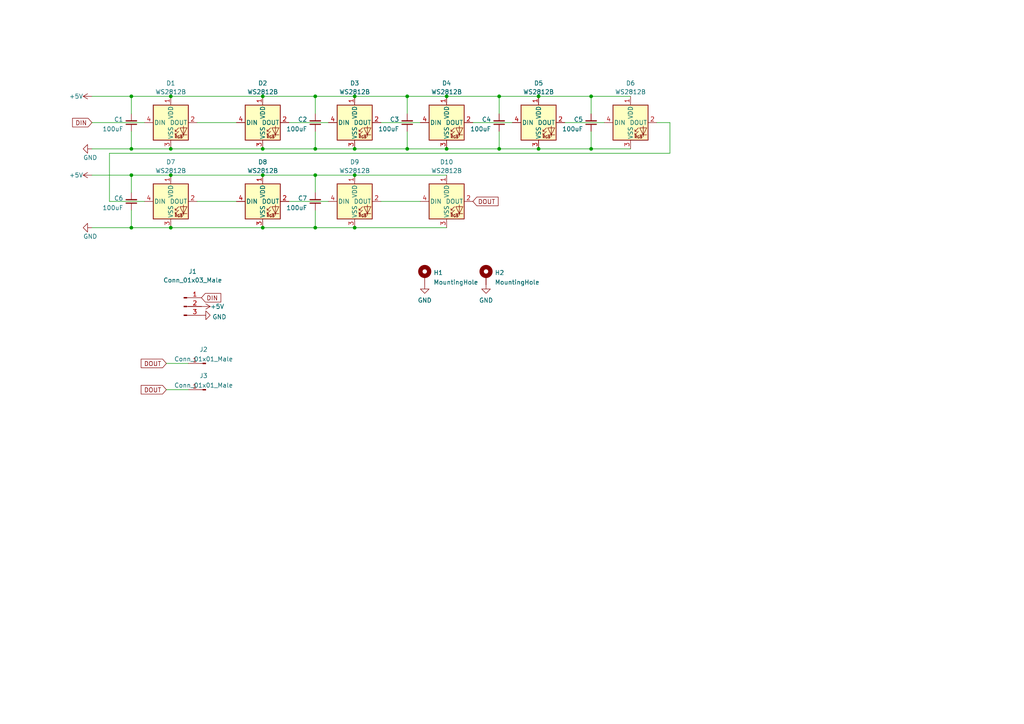
<source format=kicad_sch>
(kicad_sch (version 20211123) (generator eeschema)

  (uuid ffae2730-2409-4a52-a3a6-82e57daee1eb)

  (paper "A4")

  (lib_symbols
    (symbol "Connector:Conn_01x01_Male" (pin_names (offset 1.016) hide) (in_bom yes) (on_board yes)
      (property "Reference" "J" (id 0) (at 0 2.54 0)
        (effects (font (size 1.27 1.27)))
      )
      (property "Value" "Conn_01x01_Male" (id 1) (at 0 -2.54 0)
        (effects (font (size 1.27 1.27)))
      )
      (property "Footprint" "" (id 2) (at 0 0 0)
        (effects (font (size 1.27 1.27)) hide)
      )
      (property "Datasheet" "~" (id 3) (at 0 0 0)
        (effects (font (size 1.27 1.27)) hide)
      )
      (property "ki_keywords" "connector" (id 4) (at 0 0 0)
        (effects (font (size 1.27 1.27)) hide)
      )
      (property "ki_description" "Generic connector, single row, 01x01, script generated (kicad-library-utils/schlib/autogen/connector/)" (id 5) (at 0 0 0)
        (effects (font (size 1.27 1.27)) hide)
      )
      (property "ki_fp_filters" "Connector*:*" (id 6) (at 0 0 0)
        (effects (font (size 1.27 1.27)) hide)
      )
      (symbol "Conn_01x01_Male_1_1"
        (polyline
          (pts
            (xy 1.27 0)
            (xy 0.8636 0)
          )
          (stroke (width 0.1524) (type default) (color 0 0 0 0))
          (fill (type none))
        )
        (rectangle (start 0.8636 0.127) (end 0 -0.127)
          (stroke (width 0.1524) (type default) (color 0 0 0 0))
          (fill (type outline))
        )
        (pin passive line (at 5.08 0 180) (length 3.81)
          (name "Pin_1" (effects (font (size 1.27 1.27))))
          (number "1" (effects (font (size 1.27 1.27))))
        )
      )
    )
    (symbol "Connector:Conn_01x03_Male" (pin_names (offset 1.016) hide) (in_bom yes) (on_board yes)
      (property "Reference" "J" (id 0) (at 0 5.08 0)
        (effects (font (size 1.27 1.27)))
      )
      (property "Value" "Conn_01x03_Male" (id 1) (at 0 -5.08 0)
        (effects (font (size 1.27 1.27)))
      )
      (property "Footprint" "" (id 2) (at 0 0 0)
        (effects (font (size 1.27 1.27)) hide)
      )
      (property "Datasheet" "~" (id 3) (at 0 0 0)
        (effects (font (size 1.27 1.27)) hide)
      )
      (property "ki_keywords" "connector" (id 4) (at 0 0 0)
        (effects (font (size 1.27 1.27)) hide)
      )
      (property "ki_description" "Generic connector, single row, 01x03, script generated (kicad-library-utils/schlib/autogen/connector/)" (id 5) (at 0 0 0)
        (effects (font (size 1.27 1.27)) hide)
      )
      (property "ki_fp_filters" "Connector*:*_1x??_*" (id 6) (at 0 0 0)
        (effects (font (size 1.27 1.27)) hide)
      )
      (symbol "Conn_01x03_Male_1_1"
        (polyline
          (pts
            (xy 1.27 -2.54)
            (xy 0.8636 -2.54)
          )
          (stroke (width 0.1524) (type default) (color 0 0 0 0))
          (fill (type none))
        )
        (polyline
          (pts
            (xy 1.27 0)
            (xy 0.8636 0)
          )
          (stroke (width 0.1524) (type default) (color 0 0 0 0))
          (fill (type none))
        )
        (polyline
          (pts
            (xy 1.27 2.54)
            (xy 0.8636 2.54)
          )
          (stroke (width 0.1524) (type default) (color 0 0 0 0))
          (fill (type none))
        )
        (rectangle (start 0.8636 -2.413) (end 0 -2.667)
          (stroke (width 0.1524) (type default) (color 0 0 0 0))
          (fill (type outline))
        )
        (rectangle (start 0.8636 0.127) (end 0 -0.127)
          (stroke (width 0.1524) (type default) (color 0 0 0 0))
          (fill (type outline))
        )
        (rectangle (start 0.8636 2.667) (end 0 2.413)
          (stroke (width 0.1524) (type default) (color 0 0 0 0))
          (fill (type outline))
        )
        (pin passive line (at 5.08 2.54 180) (length 3.81)
          (name "Pin_1" (effects (font (size 1.27 1.27))))
          (number "1" (effects (font (size 1.27 1.27))))
        )
        (pin passive line (at 5.08 0 180) (length 3.81)
          (name "Pin_2" (effects (font (size 1.27 1.27))))
          (number "2" (effects (font (size 1.27 1.27))))
        )
        (pin passive line (at 5.08 -2.54 180) (length 3.81)
          (name "Pin_3" (effects (font (size 1.27 1.27))))
          (number "3" (effects (font (size 1.27 1.27))))
        )
      )
    )
    (symbol "Device:C_Small" (pin_numbers hide) (pin_names (offset 0.254) hide) (in_bom yes) (on_board yes)
      (property "Reference" "C" (id 0) (at 0.254 1.778 0)
        (effects (font (size 1.27 1.27)) (justify left))
      )
      (property "Value" "C_Small" (id 1) (at 0.254 -2.032 0)
        (effects (font (size 1.27 1.27)) (justify left))
      )
      (property "Footprint" "" (id 2) (at 0 0 0)
        (effects (font (size 1.27 1.27)) hide)
      )
      (property "Datasheet" "~" (id 3) (at 0 0 0)
        (effects (font (size 1.27 1.27)) hide)
      )
      (property "ki_keywords" "capacitor cap" (id 4) (at 0 0 0)
        (effects (font (size 1.27 1.27)) hide)
      )
      (property "ki_description" "Unpolarized capacitor, small symbol" (id 5) (at 0 0 0)
        (effects (font (size 1.27 1.27)) hide)
      )
      (property "ki_fp_filters" "C_*" (id 6) (at 0 0 0)
        (effects (font (size 1.27 1.27)) hide)
      )
      (symbol "C_Small_0_1"
        (polyline
          (pts
            (xy -1.524 -0.508)
            (xy 1.524 -0.508)
          )
          (stroke (width 0.3302) (type default) (color 0 0 0 0))
          (fill (type none))
        )
        (polyline
          (pts
            (xy -1.524 0.508)
            (xy 1.524 0.508)
          )
          (stroke (width 0.3048) (type default) (color 0 0 0 0))
          (fill (type none))
        )
      )
      (symbol "C_Small_1_1"
        (pin passive line (at 0 2.54 270) (length 2.032)
          (name "~" (effects (font (size 1.27 1.27))))
          (number "1" (effects (font (size 1.27 1.27))))
        )
        (pin passive line (at 0 -2.54 90) (length 2.032)
          (name "~" (effects (font (size 1.27 1.27))))
          (number "2" (effects (font (size 1.27 1.27))))
        )
      )
    )
    (symbol "LED:WS2812B" (pin_names (offset 0.254)) (in_bom yes) (on_board yes)
      (property "Reference" "D" (id 0) (at 5.08 5.715 0)
        (effects (font (size 1.27 1.27)) (justify right bottom))
      )
      (property "Value" "WS2812B" (id 1) (at 1.27 -5.715 0)
        (effects (font (size 1.27 1.27)) (justify left top))
      )
      (property "Footprint" "LED_SMD:LED_WS2812B_PLCC4_5.0x5.0mm_P3.2mm" (id 2) (at 1.27 -7.62 0)
        (effects (font (size 1.27 1.27)) (justify left top) hide)
      )
      (property "Datasheet" "https://cdn-shop.adafruit.com/datasheets/WS2812B.pdf" (id 3) (at 2.54 -9.525 0)
        (effects (font (size 1.27 1.27)) (justify left top) hide)
      )
      (property "ki_keywords" "RGB LED NeoPixel addressable" (id 4) (at 0 0 0)
        (effects (font (size 1.27 1.27)) hide)
      )
      (property "ki_description" "RGB LED with integrated controller" (id 5) (at 0 0 0)
        (effects (font (size 1.27 1.27)) hide)
      )
      (property "ki_fp_filters" "LED*WS2812*PLCC*5.0x5.0mm*P3.2mm*" (id 6) (at 0 0 0)
        (effects (font (size 1.27 1.27)) hide)
      )
      (symbol "WS2812B_0_0"
        (text "RGB" (at 2.286 -4.191 0)
          (effects (font (size 0.762 0.762)))
        )
      )
      (symbol "WS2812B_0_1"
        (polyline
          (pts
            (xy 1.27 -3.556)
            (xy 1.778 -3.556)
          )
          (stroke (width 0) (type default) (color 0 0 0 0))
          (fill (type none))
        )
        (polyline
          (pts
            (xy 1.27 -2.54)
            (xy 1.778 -2.54)
          )
          (stroke (width 0) (type default) (color 0 0 0 0))
          (fill (type none))
        )
        (polyline
          (pts
            (xy 4.699 -3.556)
            (xy 2.667 -3.556)
          )
          (stroke (width 0) (type default) (color 0 0 0 0))
          (fill (type none))
        )
        (polyline
          (pts
            (xy 2.286 -2.54)
            (xy 1.27 -3.556)
            (xy 1.27 -3.048)
          )
          (stroke (width 0) (type default) (color 0 0 0 0))
          (fill (type none))
        )
        (polyline
          (pts
            (xy 2.286 -1.524)
            (xy 1.27 -2.54)
            (xy 1.27 -2.032)
          )
          (stroke (width 0) (type default) (color 0 0 0 0))
          (fill (type none))
        )
        (polyline
          (pts
            (xy 3.683 -1.016)
            (xy 3.683 -3.556)
            (xy 3.683 -4.064)
          )
          (stroke (width 0) (type default) (color 0 0 0 0))
          (fill (type none))
        )
        (polyline
          (pts
            (xy 4.699 -1.524)
            (xy 2.667 -1.524)
            (xy 3.683 -3.556)
            (xy 4.699 -1.524)
          )
          (stroke (width 0) (type default) (color 0 0 0 0))
          (fill (type none))
        )
        (rectangle (start 5.08 5.08) (end -5.08 -5.08)
          (stroke (width 0.254) (type default) (color 0 0 0 0))
          (fill (type background))
        )
      )
      (symbol "WS2812B_1_1"
        (pin power_in line (at 0 7.62 270) (length 2.54)
          (name "VDD" (effects (font (size 1.27 1.27))))
          (number "1" (effects (font (size 1.27 1.27))))
        )
        (pin output line (at 7.62 0 180) (length 2.54)
          (name "DOUT" (effects (font (size 1.27 1.27))))
          (number "2" (effects (font (size 1.27 1.27))))
        )
        (pin power_in line (at 0 -7.62 90) (length 2.54)
          (name "VSS" (effects (font (size 1.27 1.27))))
          (number "3" (effects (font (size 1.27 1.27))))
        )
        (pin input line (at -7.62 0 0) (length 2.54)
          (name "DIN" (effects (font (size 1.27 1.27))))
          (number "4" (effects (font (size 1.27 1.27))))
        )
      )
    )
    (symbol "Mechanical:MountingHole_Pad" (pin_numbers hide) (pin_names (offset 1.016) hide) (in_bom yes) (on_board yes)
      (property "Reference" "H" (id 0) (at 0 6.35 0)
        (effects (font (size 1.27 1.27)))
      )
      (property "Value" "MountingHole_Pad" (id 1) (at 0 4.445 0)
        (effects (font (size 1.27 1.27)))
      )
      (property "Footprint" "" (id 2) (at 0 0 0)
        (effects (font (size 1.27 1.27)) hide)
      )
      (property "Datasheet" "~" (id 3) (at 0 0 0)
        (effects (font (size 1.27 1.27)) hide)
      )
      (property "ki_keywords" "mounting hole" (id 4) (at 0 0 0)
        (effects (font (size 1.27 1.27)) hide)
      )
      (property "ki_description" "Mounting Hole with connection" (id 5) (at 0 0 0)
        (effects (font (size 1.27 1.27)) hide)
      )
      (property "ki_fp_filters" "MountingHole*Pad*" (id 6) (at 0 0 0)
        (effects (font (size 1.27 1.27)) hide)
      )
      (symbol "MountingHole_Pad_0_1"
        (circle (center 0 1.27) (radius 1.27)
          (stroke (width 1.27) (type default) (color 0 0 0 0))
          (fill (type none))
        )
      )
      (symbol "MountingHole_Pad_1_1"
        (pin input line (at 0 -2.54 90) (length 2.54)
          (name "1" (effects (font (size 1.27 1.27))))
          (number "1" (effects (font (size 1.27 1.27))))
        )
      )
    )
    (symbol "power:+5V" (power) (pin_names (offset 0)) (in_bom yes) (on_board yes)
      (property "Reference" "#PWR" (id 0) (at 0 -3.81 0)
        (effects (font (size 1.27 1.27)) hide)
      )
      (property "Value" "+5V" (id 1) (at 0 3.556 0)
        (effects (font (size 1.27 1.27)))
      )
      (property "Footprint" "" (id 2) (at 0 0 0)
        (effects (font (size 1.27 1.27)) hide)
      )
      (property "Datasheet" "" (id 3) (at 0 0 0)
        (effects (font (size 1.27 1.27)) hide)
      )
      (property "ki_keywords" "power-flag" (id 4) (at 0 0 0)
        (effects (font (size 1.27 1.27)) hide)
      )
      (property "ki_description" "Power symbol creates a global label with name \"+5V\"" (id 5) (at 0 0 0)
        (effects (font (size 1.27 1.27)) hide)
      )
      (symbol "+5V_0_1"
        (polyline
          (pts
            (xy -0.762 1.27)
            (xy 0 2.54)
          )
          (stroke (width 0) (type default) (color 0 0 0 0))
          (fill (type none))
        )
        (polyline
          (pts
            (xy 0 0)
            (xy 0 2.54)
          )
          (stroke (width 0) (type default) (color 0 0 0 0))
          (fill (type none))
        )
        (polyline
          (pts
            (xy 0 2.54)
            (xy 0.762 1.27)
          )
          (stroke (width 0) (type default) (color 0 0 0 0))
          (fill (type none))
        )
      )
      (symbol "+5V_1_1"
        (pin power_in line (at 0 0 90) (length 0) hide
          (name "+5V" (effects (font (size 1.27 1.27))))
          (number "1" (effects (font (size 1.27 1.27))))
        )
      )
    )
    (symbol "power:GND" (power) (pin_names (offset 0)) (in_bom yes) (on_board yes)
      (property "Reference" "#PWR" (id 0) (at 0 -6.35 0)
        (effects (font (size 1.27 1.27)) hide)
      )
      (property "Value" "GND" (id 1) (at 0 -3.81 0)
        (effects (font (size 1.27 1.27)))
      )
      (property "Footprint" "" (id 2) (at 0 0 0)
        (effects (font (size 1.27 1.27)) hide)
      )
      (property "Datasheet" "" (id 3) (at 0 0 0)
        (effects (font (size 1.27 1.27)) hide)
      )
      (property "ki_keywords" "power-flag" (id 4) (at 0 0 0)
        (effects (font (size 1.27 1.27)) hide)
      )
      (property "ki_description" "Power symbol creates a global label with name \"GND\" , ground" (id 5) (at 0 0 0)
        (effects (font (size 1.27 1.27)) hide)
      )
      (symbol "GND_0_1"
        (polyline
          (pts
            (xy 0 0)
            (xy 0 -1.27)
            (xy 1.27 -1.27)
            (xy 0 -2.54)
            (xy -1.27 -1.27)
            (xy 0 -1.27)
          )
          (stroke (width 0) (type default) (color 0 0 0 0))
          (fill (type none))
        )
      )
      (symbol "GND_1_1"
        (pin power_in line (at 0 0 270) (length 0) hide
          (name "GND" (effects (font (size 1.27 1.27))))
          (number "1" (effects (font (size 1.27 1.27))))
        )
      )
    )
  )

  (junction (at 129.54 43.18) (diameter 0) (color 0 0 0 0)
    (uuid 033c6462-39d5-4f7e-a131-eca5958fc80a)
  )
  (junction (at 102.87 50.8) (diameter 0) (color 0 0 0 0)
    (uuid 06e5fdcb-b2e1-4a49-882f-a83d55e4d87d)
  )
  (junction (at 102.87 43.18) (diameter 0) (color 0 0 0 0)
    (uuid 13b95988-03d0-44bf-9735-903516e305c6)
  )
  (junction (at 38.1 27.94) (diameter 0) (color 0 0 0 0)
    (uuid 2222225b-83dc-47fd-8dae-c5254e70cf2a)
  )
  (junction (at 49.53 66.04) (diameter 0) (color 0 0 0 0)
    (uuid 222b28f4-b39a-408a-90be-d68d8c3815de)
  )
  (junction (at 91.44 50.8) (diameter 0) (color 0 0 0 0)
    (uuid 28ce0c9c-c660-4a27-861f-462351af72f5)
  )
  (junction (at 49.53 50.8) (diameter 0) (color 0 0 0 0)
    (uuid 2926cc3e-ec7e-499f-b919-7bf7a4234444)
  )
  (junction (at 171.45 27.94) (diameter 0) (color 0 0 0 0)
    (uuid 2d720351-0ba8-46d1-a9c6-48716b1fe711)
  )
  (junction (at 38.1 66.04) (diameter 0) (color 0 0 0 0)
    (uuid 33efeebc-61f9-4112-bced-5f44a2f8d70b)
  )
  (junction (at 76.2 27.94) (diameter 0) (color 0 0 0 0)
    (uuid 3bf6c241-7673-4421-99a6-b2d7dd261f80)
  )
  (junction (at 38.1 43.18) (diameter 0) (color 0 0 0 0)
    (uuid 59a4f948-8c52-4dc7-b840-c9865c17a757)
  )
  (junction (at 49.53 27.94) (diameter 0) (color 0 0 0 0)
    (uuid 5ab0120b-2882-4bef-ad2c-6c75f1c66fe8)
  )
  (junction (at 118.11 43.18) (diameter 0) (color 0 0 0 0)
    (uuid 642660ae-7fe8-4799-afbd-12617d443464)
  )
  (junction (at 156.21 43.18) (diameter 0) (color 0 0 0 0)
    (uuid 713e480c-bb1d-4324-8bc5-d294a306dffc)
  )
  (junction (at 76.2 43.18) (diameter 0) (color 0 0 0 0)
    (uuid 72e00d4c-8fb4-4fb3-a322-bd8c560bcb30)
  )
  (junction (at 102.87 27.94) (diameter 0) (color 0 0 0 0)
    (uuid 83c16b5b-27bc-43e8-8d10-28177cb72288)
  )
  (junction (at 102.87 66.04) (diameter 0) (color 0 0 0 0)
    (uuid 877addf7-6029-43ff-b03b-6d8e69abce0a)
  )
  (junction (at 76.2 66.04) (diameter 0) (color 0 0 0 0)
    (uuid 9f12e5af-f234-4e15-a0b7-8bf6d20b455a)
  )
  (junction (at 129.54 27.94) (diameter 0) (color 0 0 0 0)
    (uuid a6248275-f07a-456d-8e69-0f17c3d9a9fd)
  )
  (junction (at 38.1 50.8) (diameter 0) (color 0 0 0 0)
    (uuid abd6e9a3-fd57-4112-889c-313680f50cd3)
  )
  (junction (at 156.21 27.94) (diameter 0) (color 0 0 0 0)
    (uuid b2bff616-744b-4144-90ed-27850043f8dd)
  )
  (junction (at 76.2 50.8) (diameter 0) (color 0 0 0 0)
    (uuid b43c4cec-e493-4bd0-a798-0b2204e288da)
  )
  (junction (at 144.78 43.18) (diameter 0) (color 0 0 0 0)
    (uuid b6156ad5-3857-4fd6-93cc-67abd49e84ec)
  )
  (junction (at 91.44 66.04) (diameter 0) (color 0 0 0 0)
    (uuid b8b17daf-5381-410e-8b0c-0d255e4a9cd5)
  )
  (junction (at 49.53 43.18) (diameter 0) (color 0 0 0 0)
    (uuid cbc72544-8199-4d6f-87f5-7a5a11d00328)
  )
  (junction (at 118.11 27.94) (diameter 0) (color 0 0 0 0)
    (uuid ccd697fa-5840-4908-9905-afa3e38bdfa0)
  )
  (junction (at 144.78 27.94) (diameter 0) (color 0 0 0 0)
    (uuid d3a3a443-8d63-49e7-b3f5-ea4035f32241)
  )
  (junction (at 91.44 27.94) (diameter 0) (color 0 0 0 0)
    (uuid e2701762-0b03-4209-9d67-e34a4d85fffc)
  )
  (junction (at 171.45 43.18) (diameter 0) (color 0 0 0 0)
    (uuid ec315115-1cb2-413c-9941-0222c476bddb)
  )
  (junction (at 91.44 43.18) (diameter 0) (color 0 0 0 0)
    (uuid fc91b7e3-3233-4adb-8fb6-d80087f3be1b)
  )

  (wire (pts (xy 91.44 38.1) (xy 91.44 43.18))
    (stroke (width 0) (type default) (color 0 0 0 0))
    (uuid 069802f3-e16e-4fc3-ad52-71357c0096e2)
  )
  (wire (pts (xy 76.2 50.8) (xy 91.44 50.8))
    (stroke (width 0) (type default) (color 0 0 0 0))
    (uuid 0a1e6f10-0340-4f28-bb87-298083738bf2)
  )
  (wire (pts (xy 38.1 60.96) (xy 38.1 66.04))
    (stroke (width 0) (type default) (color 0 0 0 0))
    (uuid 0c3fe58e-8589-4244-b18e-616dcd780c7f)
  )
  (wire (pts (xy 144.78 27.94) (xy 156.21 27.94))
    (stroke (width 0) (type default) (color 0 0 0 0))
    (uuid 0da2a34a-5106-4597-b573-3c36f99a32d1)
  )
  (wire (pts (xy 171.45 43.18) (xy 182.88 43.18))
    (stroke (width 0) (type default) (color 0 0 0 0))
    (uuid 1279017b-477e-424f-94e2-9c198b4f7ee6)
  )
  (wire (pts (xy 102.87 27.94) (xy 118.11 27.94))
    (stroke (width 0) (type default) (color 0 0 0 0))
    (uuid 16190e38-e248-4e1b-b4d4-a91588bcb712)
  )
  (wire (pts (xy 171.45 33.02) (xy 171.45 27.94))
    (stroke (width 0) (type default) (color 0 0 0 0))
    (uuid 184db87f-2fcf-4770-a045-b5b0eeb8f40d)
  )
  (wire (pts (xy 118.11 43.18) (xy 129.54 43.18))
    (stroke (width 0) (type default) (color 0 0 0 0))
    (uuid 1ad60fa6-ae75-41ae-973c-a7be56fc15b6)
  )
  (wire (pts (xy 118.11 27.94) (xy 129.54 27.94))
    (stroke (width 0) (type default) (color 0 0 0 0))
    (uuid 1b66f566-f1d5-4c37-ae7e-db7c58079f8e)
  )
  (wire (pts (xy 57.15 35.56) (xy 68.58 35.56))
    (stroke (width 0) (type default) (color 0 0 0 0))
    (uuid 1f207c55-67aa-4a8e-a844-3ddd31a0dac0)
  )
  (wire (pts (xy 76.2 43.18) (xy 91.44 43.18))
    (stroke (width 0) (type default) (color 0 0 0 0))
    (uuid 202d03dd-665e-4611-b70d-e54ba9f2e6b2)
  )
  (wire (pts (xy 171.45 38.1) (xy 171.45 43.18))
    (stroke (width 0) (type default) (color 0 0 0 0))
    (uuid 256ee540-202a-4abf-9821-2132f187af21)
  )
  (wire (pts (xy 102.87 66.04) (xy 129.54 66.04))
    (stroke (width 0) (type default) (color 0 0 0 0))
    (uuid 2bb1b552-1802-47d3-baf1-376ad1e5dd3e)
  )
  (wire (pts (xy 83.82 35.56) (xy 95.25 35.56))
    (stroke (width 0) (type default) (color 0 0 0 0))
    (uuid 2c49a009-2506-4d15-beae-f70e264aba43)
  )
  (wire (pts (xy 91.44 60.96) (xy 91.44 66.04))
    (stroke (width 0) (type default) (color 0 0 0 0))
    (uuid 30714581-e4f6-4ffa-968b-c99cd750fa4e)
  )
  (wire (pts (xy 91.44 55.88) (xy 91.44 50.8))
    (stroke (width 0) (type default) (color 0 0 0 0))
    (uuid 32fd25cc-582c-49b1-a8f6-e340ba68f85e)
  )
  (wire (pts (xy 41.91 58.42) (xy 31.75 58.42))
    (stroke (width 0) (type default) (color 0 0 0 0))
    (uuid 3caef4a9-162a-4f39-bb83-3f53edde4a74)
  )
  (wire (pts (xy 110.49 35.56) (xy 121.92 35.56))
    (stroke (width 0) (type default) (color 0 0 0 0))
    (uuid 3f539414-89ba-4f37-bc8a-3da4cf1c211f)
  )
  (wire (pts (xy 31.75 58.42) (xy 31.75 44.45))
    (stroke (width 0) (type default) (color 0 0 0 0))
    (uuid 4efc8ca8-e197-4a13-87bd-fc002102c401)
  )
  (wire (pts (xy 144.78 33.02) (xy 144.78 27.94))
    (stroke (width 0) (type default) (color 0 0 0 0))
    (uuid 50f3c45b-3134-41b7-8c64-a49b87793127)
  )
  (wire (pts (xy 49.53 43.18) (xy 76.2 43.18))
    (stroke (width 0) (type default) (color 0 0 0 0))
    (uuid 558f166e-14a5-4b20-90cd-23918b7a625c)
  )
  (wire (pts (xy 48.26 105.41) (xy 54.61 105.41))
    (stroke (width 0) (type default) (color 0 0 0 0))
    (uuid 5b086c93-e118-4a7d-a261-5a9265abe4f3)
  )
  (wire (pts (xy 49.53 66.04) (xy 76.2 66.04))
    (stroke (width 0) (type default) (color 0 0 0 0))
    (uuid 601c92e2-1892-4a99-8cd0-c4274a32a3df)
  )
  (wire (pts (xy 49.53 27.94) (xy 76.2 27.94))
    (stroke (width 0) (type default) (color 0 0 0 0))
    (uuid 6021e0bf-979e-4327-9b1a-fcab06d9bbcf)
  )
  (wire (pts (xy 26.67 27.94) (xy 38.1 27.94))
    (stroke (width 0) (type default) (color 0 0 0 0))
    (uuid 641ea930-726f-4bc1-98ca-fb287c4df061)
  )
  (wire (pts (xy 110.49 58.42) (xy 121.92 58.42))
    (stroke (width 0) (type default) (color 0 0 0 0))
    (uuid 65eb60ff-3882-4383-bbd4-de2a4361b9e3)
  )
  (wire (pts (xy 118.11 38.1) (xy 118.11 43.18))
    (stroke (width 0) (type default) (color 0 0 0 0))
    (uuid 661413db-d7af-4866-930e-d21179913b4f)
  )
  (wire (pts (xy 163.83 35.56) (xy 175.26 35.56))
    (stroke (width 0) (type default) (color 0 0 0 0))
    (uuid 68c65958-1801-4b6b-88ac-c415d7f2ad67)
  )
  (wire (pts (xy 38.1 27.94) (xy 49.53 27.94))
    (stroke (width 0) (type default) (color 0 0 0 0))
    (uuid 6976b33c-7715-4e7c-8e97-4031b64088d1)
  )
  (wire (pts (xy 38.1 43.18) (xy 49.53 43.18))
    (stroke (width 0) (type default) (color 0 0 0 0))
    (uuid 6b509337-5ea5-459c-bc15-268c4faef86f)
  )
  (wire (pts (xy 194.31 35.56) (xy 190.5 35.56))
    (stroke (width 0) (type default) (color 0 0 0 0))
    (uuid 6f4a6e26-e72d-4b2e-a829-1b0ad7d5fc8d)
  )
  (wire (pts (xy 129.54 43.18) (xy 144.78 43.18))
    (stroke (width 0) (type default) (color 0 0 0 0))
    (uuid 6fdde01e-c3a0-47dd-b746-b9e947bc95b6)
  )
  (wire (pts (xy 38.1 33.02) (xy 38.1 27.94))
    (stroke (width 0) (type default) (color 0 0 0 0))
    (uuid 6ff296e9-e53a-4da4-8f0c-6166a1d4d999)
  )
  (wire (pts (xy 144.78 43.18) (xy 156.21 43.18))
    (stroke (width 0) (type default) (color 0 0 0 0))
    (uuid 7d1839c1-a298-4b7f-b623-f37cf1ee8cc8)
  )
  (wire (pts (xy 137.16 35.56) (xy 148.59 35.56))
    (stroke (width 0) (type default) (color 0 0 0 0))
    (uuid 80930734-bad9-4294-91e1-3577488407f7)
  )
  (wire (pts (xy 31.75 44.45) (xy 194.31 44.45))
    (stroke (width 0) (type default) (color 0 0 0 0))
    (uuid 8247555e-adb1-4952-bd8b-9a1ccfd193a3)
  )
  (wire (pts (xy 91.44 50.8) (xy 102.87 50.8))
    (stroke (width 0) (type default) (color 0 0 0 0))
    (uuid 8702b66c-6eb5-4df4-bfc5-c4caac14cdd6)
  )
  (wire (pts (xy 57.15 58.42) (xy 68.58 58.42))
    (stroke (width 0) (type default) (color 0 0 0 0))
    (uuid 95c0edf4-0ad9-43ce-bcd4-6700ae48f23f)
  )
  (wire (pts (xy 76.2 27.94) (xy 91.44 27.94))
    (stroke (width 0) (type default) (color 0 0 0 0))
    (uuid 9c901e60-4167-4238-ab74-82ec6b442771)
  )
  (wire (pts (xy 26.67 35.56) (xy 41.91 35.56))
    (stroke (width 0) (type default) (color 0 0 0 0))
    (uuid 9cf5929c-9533-42e1-9f13-adf4f64c9f53)
  )
  (wire (pts (xy 91.44 66.04) (xy 102.87 66.04))
    (stroke (width 0) (type default) (color 0 0 0 0))
    (uuid 9ebbd44a-3d73-45ca-8f10-dac9848d0f1d)
  )
  (wire (pts (xy 83.82 58.42) (xy 95.25 58.42))
    (stroke (width 0) (type default) (color 0 0 0 0))
    (uuid a4046170-c56b-4382-a920-f3c59154758c)
  )
  (wire (pts (xy 26.67 50.8) (xy 38.1 50.8))
    (stroke (width 0) (type default) (color 0 0 0 0))
    (uuid aa56b559-dd4a-4c59-86b2-8959f0d70431)
  )
  (wire (pts (xy 156.21 27.94) (xy 171.45 27.94))
    (stroke (width 0) (type default) (color 0 0 0 0))
    (uuid b30329b7-a9f0-4f83-9e97-cee753d98c0d)
  )
  (wire (pts (xy 38.1 66.04) (xy 49.53 66.04))
    (stroke (width 0) (type default) (color 0 0 0 0))
    (uuid b93c7c03-bcb9-442c-97fe-47cc7046aa3c)
  )
  (wire (pts (xy 49.53 50.8) (xy 76.2 50.8))
    (stroke (width 0) (type default) (color 0 0 0 0))
    (uuid b9e8f347-eccd-4214-803b-8ac43dc4f01d)
  )
  (wire (pts (xy 102.87 43.18) (xy 118.11 43.18))
    (stroke (width 0) (type default) (color 0 0 0 0))
    (uuid bcf3708d-2357-4f2d-b8d4-c79f0613ab97)
  )
  (wire (pts (xy 194.31 44.45) (xy 194.31 35.56))
    (stroke (width 0) (type default) (color 0 0 0 0))
    (uuid c6fe2fb2-9fd1-4f10-a86d-81a5535387c0)
  )
  (wire (pts (xy 26.67 43.18) (xy 38.1 43.18))
    (stroke (width 0) (type default) (color 0 0 0 0))
    (uuid cabd4145-3b1c-49d2-b8f0-a4f6b01ecf51)
  )
  (wire (pts (xy 91.44 27.94) (xy 102.87 27.94))
    (stroke (width 0) (type default) (color 0 0 0 0))
    (uuid cc4d5e0a-9f3e-4475-b5e5-9bf9c4d9ede6)
  )
  (wire (pts (xy 76.2 66.04) (xy 91.44 66.04))
    (stroke (width 0) (type default) (color 0 0 0 0))
    (uuid d3ae3b30-5c45-4838-93fa-fd0de3b92643)
  )
  (wire (pts (xy 38.1 50.8) (xy 49.53 50.8))
    (stroke (width 0) (type default) (color 0 0 0 0))
    (uuid da255f51-d263-40cd-8834-1a3dab5b8877)
  )
  (wire (pts (xy 156.21 43.18) (xy 171.45 43.18))
    (stroke (width 0) (type default) (color 0 0 0 0))
    (uuid ded12e46-79e5-4e4e-91a2-0b24642bee09)
  )
  (wire (pts (xy 48.26 113.03) (xy 54.61 113.03))
    (stroke (width 0) (type default) (color 0 0 0 0))
    (uuid e101ff3b-1dd7-459e-bbd4-8cb1ea5e4dfb)
  )
  (wire (pts (xy 26.67 66.04) (xy 38.1 66.04))
    (stroke (width 0) (type default) (color 0 0 0 0))
    (uuid e1ac6bb0-88d6-48a8-a918-9c3f12f38d6e)
  )
  (wire (pts (xy 91.44 33.02) (xy 91.44 27.94))
    (stroke (width 0) (type default) (color 0 0 0 0))
    (uuid e5e2aae1-08c3-414d-9e16-1a8b31462712)
  )
  (wire (pts (xy 91.44 43.18) (xy 102.87 43.18))
    (stroke (width 0) (type default) (color 0 0 0 0))
    (uuid e729e1bb-b7d6-4e71-b88d-eea835dc024c)
  )
  (wire (pts (xy 118.11 33.02) (xy 118.11 27.94))
    (stroke (width 0) (type default) (color 0 0 0 0))
    (uuid eb0d8de7-e648-4a31-9bb1-d4b880e9d80a)
  )
  (wire (pts (xy 129.54 27.94) (xy 144.78 27.94))
    (stroke (width 0) (type default) (color 0 0 0 0))
    (uuid edaa26c7-9ce6-4273-a130-badf2775f0cf)
  )
  (wire (pts (xy 38.1 55.88) (xy 38.1 50.8))
    (stroke (width 0) (type default) (color 0 0 0 0))
    (uuid f3930ce5-c70c-4ae6-b0e6-2a0f63823cb4)
  )
  (wire (pts (xy 171.45 27.94) (xy 182.88 27.94))
    (stroke (width 0) (type default) (color 0 0 0 0))
    (uuid faaccdc7-1a1f-4e39-84fa-453938e5407c)
  )
  (wire (pts (xy 102.87 50.8) (xy 129.54 50.8))
    (stroke (width 0) (type default) (color 0 0 0 0))
    (uuid fb7149e3-67c2-401d-b26b-b650007f58c5)
  )
  (wire (pts (xy 38.1 38.1) (xy 38.1 43.18))
    (stroke (width 0) (type default) (color 0 0 0 0))
    (uuid fddfbf18-904b-4411-83dd-1cbc2b8ff629)
  )
  (wire (pts (xy 144.78 38.1) (xy 144.78 43.18))
    (stroke (width 0) (type default) (color 0 0 0 0))
    (uuid ff39e288-ab13-486a-8368-418be81994f8)
  )

  (global_label "DOUT" (shape input) (at 137.16 58.42 0) (fields_autoplaced)
    (effects (font (size 1.27 1.27)) (justify left))
    (uuid 21dca0be-dc2f-4485-87a5-c6b7d7a68055)
    (property "Intersheet References" "${INTERSHEET_REFS}" (id 0) (at 144.4717 58.4994 0)
      (effects (font (size 1.27 1.27)) (justify left) hide)
    )
  )
  (global_label "DIN" (shape input) (at 26.67 35.56 180) (fields_autoplaced)
    (effects (font (size 1.27 1.27)) (justify right))
    (uuid 86f4d128-60ac-46ec-bb3d-57f8d81ff699)
    (property "Intersheet References" "${INTERSHEET_REFS}" (id 0) (at 21.0517 35.4806 0)
      (effects (font (size 1.27 1.27)) (justify right) hide)
    )
  )
  (global_label "DIN" (shape input) (at 58.42 86.36 0) (fields_autoplaced)
    (effects (font (size 1.27 1.27)) (justify left))
    (uuid ceba8332-fca2-4249-8131-e085868f0781)
    (property "Intersheet References" "${INTERSHEET_REFS}" (id 0) (at 64.0383 86.4394 0)
      (effects (font (size 1.27 1.27)) (justify left) hide)
    )
  )
  (global_label "DOUT" (shape input) (at 48.26 113.03 180) (fields_autoplaced)
    (effects (font (size 1.27 1.27)) (justify right))
    (uuid d2d67195-391d-4714-8d6b-288cbf949d73)
    (property "Intersheet References" "${INTERSHEET_REFS}" (id 0) (at 40.9483 112.9506 0)
      (effects (font (size 1.27 1.27)) (justify right) hide)
    )
  )
  (global_label "DOUT" (shape input) (at 48.26 105.41 180) (fields_autoplaced)
    (effects (font (size 1.27 1.27)) (justify right))
    (uuid fa04f902-1f42-4bdd-873f-1fc48ab12bed)
    (property "Intersheet References" "${INTERSHEET_REFS}" (id 0) (at 40.9483 105.3306 0)
      (effects (font (size 1.27 1.27)) (justify right) hide)
    )
  )

  (symbol (lib_id "LED:WS2812B") (at 182.88 35.56 0) (unit 1)
    (in_bom yes) (on_board yes)
    (uuid 087fea9a-336b-4ff5-85c4-500c51cf4864)
    (property "Reference" "D6" (id 0) (at 182.88 24.13 0))
    (property "Value" "WS2812B" (id 1) (at 182.88 26.67 0))
    (property "Footprint" "Daylight:LED_WS2812B_PLCC4_5.0x5.0mm_P3.2mm" (id 2) (at 184.15 43.18 0)
      (effects (font (size 1.27 1.27)) (justify left top) hide)
    )
    (property "Datasheet" "https://cdn-shop.adafruit.com/datasheets/WS2812B.pdf" (id 3) (at 185.42 45.085 0)
      (effects (font (size 1.27 1.27)) (justify left top) hide)
    )
    (pin "1" (uuid 502b6586-a8f2-4158-8ab8-b71fa6c2b934))
    (pin "2" (uuid 35545c41-de98-4ec0-9b2e-7d246a84d517))
    (pin "3" (uuid 41123cba-a5b9-43f5-a2de-16e02e8cc5c7))
    (pin "4" (uuid e7eea971-9c23-4576-96ed-f2e6fb5433e3))
  )

  (symbol (lib_id "power:GND") (at 26.67 43.18 270) (unit 1)
    (in_bom yes) (on_board yes)
    (uuid 0e1fdeb1-2b1c-4d23-a1a7-069fdc59f064)
    (property "Reference" "#PWR02" (id 0) (at 20.32 43.18 0)
      (effects (font (size 1.27 1.27)) hide)
    )
    (property "Value" "GND" (id 1) (at 24.13 45.72 90)
      (effects (font (size 1.27 1.27)) (justify left))
    )
    (property "Footprint" "" (id 2) (at 26.67 43.18 0)
      (effects (font (size 1.27 1.27)) hide)
    )
    (property "Datasheet" "" (id 3) (at 26.67 43.18 0)
      (effects (font (size 1.27 1.27)) hide)
    )
    (pin "1" (uuid a8fb5c54-1d6a-4168-82ce-1564943d3b04))
  )

  (symbol (lib_id "power:GND") (at 58.42 91.44 90) (unit 1)
    (in_bom yes) (on_board yes) (fields_autoplaced)
    (uuid 15200114-c51a-4499-97e2-8f516170757e)
    (property "Reference" "#PWR08" (id 0) (at 64.77 91.44 0)
      (effects (font (size 1.27 1.27)) hide)
    )
    (property "Value" "GND" (id 1) (at 61.595 91.919 90)
      (effects (font (size 1.27 1.27)) (justify right))
    )
    (property "Footprint" "" (id 2) (at 58.42 91.44 0)
      (effects (font (size 1.27 1.27)) hide)
    )
    (property "Datasheet" "" (id 3) (at 58.42 91.44 0)
      (effects (font (size 1.27 1.27)) hide)
    )
    (pin "1" (uuid 8f563896-33e4-4970-82b8-ba10452d871d))
  )

  (symbol (lib_id "power:+5V") (at 26.67 50.8 90) (unit 1)
    (in_bom yes) (on_board yes)
    (uuid 15ac0dc7-cb06-4c88-b6c8-99abf1421f58)
    (property "Reference" "#PWR03" (id 0) (at 30.48 50.8 0)
      (effects (font (size 1.27 1.27)) hide)
    )
    (property "Value" "+5V" (id 1) (at 24.13 50.8 90)
      (effects (font (size 1.27 1.27)) (justify left))
    )
    (property "Footprint" "" (id 2) (at 26.67 50.8 0)
      (effects (font (size 1.27 1.27)) hide)
    )
    (property "Datasheet" "" (id 3) (at 26.67 50.8 0)
      (effects (font (size 1.27 1.27)) hide)
    )
    (pin "1" (uuid 85ef4c68-fb72-46d2-abaf-8296a1a269cb))
  )

  (symbol (lib_id "power:+5V") (at 58.42 88.9 270) (unit 1)
    (in_bom yes) (on_board yes)
    (uuid 18b1e943-0656-4908-804e-90b648d5a6c9)
    (property "Reference" "#PWR07" (id 0) (at 54.61 88.9 0)
      (effects (font (size 1.27 1.27)) hide)
    )
    (property "Value" "+5V" (id 1) (at 60.96 88.9 90)
      (effects (font (size 1.27 1.27)) (justify left))
    )
    (property "Footprint" "" (id 2) (at 58.42 88.9 0)
      (effects (font (size 1.27 1.27)) hide)
    )
    (property "Datasheet" "" (id 3) (at 58.42 88.9 0)
      (effects (font (size 1.27 1.27)) hide)
    )
    (pin "1" (uuid 48c8f969-25b8-497c-8b61-230997054f0a))
  )

  (symbol (lib_id "Device:C_Small") (at 91.44 58.42 0) (mirror x) (unit 1)
    (in_bom yes) (on_board yes) (fields_autoplaced)
    (uuid 1d96b980-c033-43b2-87dc-756bb0356928)
    (property "Reference" "C7" (id 0) (at 89.1159 57.5051 0)
      (effects (font (size 1.27 1.27)) (justify right))
    )
    (property "Value" "100uF" (id 1) (at 89.1159 60.2802 0)
      (effects (font (size 1.27 1.27)) (justify right))
    )
    (property "Footprint" "Daylight:C_0805_2012Metric_Pad1.18x1.45mm_HandSolder" (id 2) (at 91.44 58.42 0)
      (effects (font (size 1.27 1.27)) hide)
    )
    (property "Datasheet" "~" (id 3) (at 91.44 58.42 0)
      (effects (font (size 1.27 1.27)) hide)
    )
    (pin "1" (uuid f9866fa8-f7d6-498d-85ad-efe41f4566ac))
    (pin "2" (uuid b54f7227-5930-4147-ba79-fe74c2c9f852))
  )

  (symbol (lib_id "power:GND") (at 123.19 82.55 0) (unit 1)
    (in_bom yes) (on_board yes) (fields_autoplaced)
    (uuid 2fcfec1d-cf50-4d82-ba7d-7a81607081f3)
    (property "Reference" "#PWR05" (id 0) (at 123.19 88.9 0)
      (effects (font (size 1.27 1.27)) hide)
    )
    (property "Value" "GND" (id 1) (at 123.19 87.1124 0))
    (property "Footprint" "" (id 2) (at 123.19 82.55 0)
      (effects (font (size 1.27 1.27)) hide)
    )
    (property "Datasheet" "" (id 3) (at 123.19 82.55 0)
      (effects (font (size 1.27 1.27)) hide)
    )
    (pin "1" (uuid 1f85508d-a6c0-46d6-8dbf-5774cba8d8ec))
  )

  (symbol (lib_id "Connector:Conn_01x03_Male") (at 53.34 88.9 0) (unit 1)
    (in_bom yes) (on_board yes)
    (uuid 37532c30-9ed3-4a40-be1b-e91ce1376e6d)
    (property "Reference" "J1" (id 0) (at 55.88 78.74 0))
    (property "Value" "Conn_01x03_Male" (id 1) (at 55.88 81.28 0))
    (property "Footprint" "Daylight:JST_XH_S3B-XH-A-1_1x03_P2.50mm_Horizontal" (id 2) (at 53.34 88.9 0)
      (effects (font (size 1.27 1.27)) hide)
    )
    (property "Datasheet" "~" (id 3) (at 53.34 88.9 0)
      (effects (font (size 1.27 1.27)) hide)
    )
    (pin "1" (uuid f5a54988-7204-4e17-872b-2512b3d3b9b1))
    (pin "2" (uuid ecd6fe8b-5fc3-4721-b21e-9bcf3af29cac))
    (pin "3" (uuid de2d06f2-ccfd-4159-8114-47fcd910b33e))
  )

  (symbol (lib_id "LED:WS2812B") (at 102.87 58.42 0) (unit 1)
    (in_bom yes) (on_board yes)
    (uuid 3ac2251c-828d-4b40-8e92-6da14a38602e)
    (property "Reference" "D9" (id 0) (at 102.87 46.99 0))
    (property "Value" "WS2812B" (id 1) (at 102.87 49.53 0))
    (property "Footprint" "Daylight:LED_WS2812B_PLCC4_5.0x5.0mm_P3.2mm" (id 2) (at 104.14 66.04 0)
      (effects (font (size 1.27 1.27)) (justify left top) hide)
    )
    (property "Datasheet" "https://cdn-shop.adafruit.com/datasheets/WS2812B.pdf" (id 3) (at 105.41 67.945 0)
      (effects (font (size 1.27 1.27)) (justify left top) hide)
    )
    (pin "1" (uuid 29116041-76ec-44c2-a1e0-818a4334e797))
    (pin "2" (uuid 419678d6-25b8-4987-be55-7d2d85afd6d0))
    (pin "3" (uuid c514f453-4501-4d6a-9823-2fa97049b075))
    (pin "4" (uuid f6c3beea-4538-49d6-865e-b0afdbf620ae))
  )

  (symbol (lib_id "LED:WS2812B") (at 76.2 58.42 0) (unit 1)
    (in_bom yes) (on_board yes)
    (uuid 44d77947-e58b-4905-bc5c-c957fb08ea72)
    (property "Reference" "D8" (id 0) (at 76.2 46.99 0))
    (property "Value" "WS2812B" (id 1) (at 76.2 49.53 0))
    (property "Footprint" "Daylight:LED_WS2812B_PLCC4_5.0x5.0mm_P3.2mm" (id 2) (at 77.47 66.04 0)
      (effects (font (size 1.27 1.27)) (justify left top) hide)
    )
    (property "Datasheet" "https://cdn-shop.adafruit.com/datasheets/WS2812B.pdf" (id 3) (at 78.74 67.945 0)
      (effects (font (size 1.27 1.27)) (justify left top) hide)
    )
    (pin "1" (uuid c9788eee-4220-4a1d-aca7-0e19799b3d14))
    (pin "2" (uuid 051f7ceb-ed1a-415b-960d-318639f93fe3))
    (pin "3" (uuid 8be4a071-1e17-4b1e-b932-b3082dbe6493))
    (pin "4" (uuid b361e354-23d1-494d-9081-e5f7cae9de2b))
  )

  (symbol (lib_id "Mechanical:MountingHole_Pad") (at 140.97 80.01 0) (unit 1)
    (in_bom no) (on_board yes) (fields_autoplaced)
    (uuid 467417df-54fa-4bae-86d9-b25a6339849f)
    (property "Reference" "H2" (id 0) (at 143.51 79.1015 0)
      (effects (font (size 1.27 1.27)) (justify left))
    )
    (property "Value" "MountingHole" (id 1) (at 143.51 81.8766 0)
      (effects (font (size 1.27 1.27)) (justify left))
    )
    (property "Footprint" "MountingHole:MountingHole_3.2mm_M3_Pad_Via" (id 2) (at 140.97 80.01 0)
      (effects (font (size 1.27 1.27)) hide)
    )
    (property "Datasheet" "~" (id 3) (at 140.97 80.01 0)
      (effects (font (size 1.27 1.27)) hide)
    )
    (pin "1" (uuid 42929db0-1935-46b8-b470-d61b03c5cdd2))
  )

  (symbol (lib_id "power:GND") (at 140.97 82.55 0) (unit 1)
    (in_bom yes) (on_board yes) (fields_autoplaced)
    (uuid 5981f342-7bef-4873-ba24-7c5ec64e78bb)
    (property "Reference" "#PWR06" (id 0) (at 140.97 88.9 0)
      (effects (font (size 1.27 1.27)) hide)
    )
    (property "Value" "GND" (id 1) (at 140.97 87.1124 0))
    (property "Footprint" "" (id 2) (at 140.97 82.55 0)
      (effects (font (size 1.27 1.27)) hide)
    )
    (property "Datasheet" "" (id 3) (at 140.97 82.55 0)
      (effects (font (size 1.27 1.27)) hide)
    )
    (pin "1" (uuid 76575b8c-29f7-428b-b783-42eee89f7b4b))
  )

  (symbol (lib_id "LED:WS2812B") (at 129.54 58.42 0) (unit 1)
    (in_bom yes) (on_board yes)
    (uuid 5ec40c8e-aa70-4bdb-86c2-df9810df98d6)
    (property "Reference" "D10" (id 0) (at 129.54 46.99 0))
    (property "Value" "WS2812B" (id 1) (at 129.54 49.53 0))
    (property "Footprint" "Daylight:LED_WS2812B_PLCC4_5.0x5.0mm_P3.2mm" (id 2) (at 130.81 66.04 0)
      (effects (font (size 1.27 1.27)) (justify left top) hide)
    )
    (property "Datasheet" "https://cdn-shop.adafruit.com/datasheets/WS2812B.pdf" (id 3) (at 132.08 67.945 0)
      (effects (font (size 1.27 1.27)) (justify left top) hide)
    )
    (pin "1" (uuid 1022c09d-80f1-4b15-97ad-1376c01d3e7f))
    (pin "2" (uuid 03484022-6b17-475b-b5ac-d5f24893859d))
    (pin "3" (uuid 9f586b99-bc1b-42f1-b9ca-0ce716760b4c))
    (pin "4" (uuid a0824b54-6672-4d91-ae54-7a61c2a2f5fd))
  )

  (symbol (lib_id "Connector:Conn_01x01_Male") (at 59.69 105.41 180) (unit 1)
    (in_bom yes) (on_board yes) (fields_autoplaced)
    (uuid 605257da-4003-49fc-aabc-f508bd369671)
    (property "Reference" "J2" (id 0) (at 59.055 101.3673 0))
    (property "Value" "Conn_01x01_Male" (id 1) (at 59.055 104.1424 0))
    (property "Footprint" "Daylight:PinHeader-1-with-SMDpad" (id 2) (at 59.69 105.41 0)
      (effects (font (size 1.27 1.27)) hide)
    )
    (property "Datasheet" "~" (id 3) (at 59.69 105.41 0)
      (effects (font (size 1.27 1.27)) hide)
    )
    (pin "1" (uuid d4070f60-67b7-4cea-9862-10de45dbb7ff))
  )

  (symbol (lib_id "LED:WS2812B") (at 156.21 35.56 0) (unit 1)
    (in_bom yes) (on_board yes)
    (uuid 608c36a3-22cf-48ef-b364-6ca3a99550ee)
    (property "Reference" "D5" (id 0) (at 156.21 24.13 0))
    (property "Value" "WS2812B" (id 1) (at 156.21 26.67 0))
    (property "Footprint" "Daylight:LED_WS2812B_PLCC4_5.0x5.0mm_P3.2mm" (id 2) (at 157.48 43.18 0)
      (effects (font (size 1.27 1.27)) (justify left top) hide)
    )
    (property "Datasheet" "https://cdn-shop.adafruit.com/datasheets/WS2812B.pdf" (id 3) (at 158.75 45.085 0)
      (effects (font (size 1.27 1.27)) (justify left top) hide)
    )
    (pin "1" (uuid ab853813-8676-409c-a868-0ce9b563b820))
    (pin "2" (uuid fa4f8f14-6bb2-40ce-9b20-2c5e080aa77e))
    (pin "3" (uuid e51bd9dc-f483-4c8e-8ec7-41f2cfd13819))
    (pin "4" (uuid 66100e31-ce28-4123-9764-e8e224f53d21))
  )

  (symbol (lib_id "Connector:Conn_01x01_Male") (at 59.69 113.03 180) (unit 1)
    (in_bom yes) (on_board yes) (fields_autoplaced)
    (uuid 627442c6-bd82-4a5c-a454-79108c16ffc2)
    (property "Reference" "J3" (id 0) (at 59.055 108.9873 0))
    (property "Value" "Conn_01x01_Male" (id 1) (at 59.055 111.7624 0))
    (property "Footprint" "Daylight:PinHeader-1-with-SMDpad" (id 2) (at 59.69 113.03 0)
      (effects (font (size 1.27 1.27)) hide)
    )
    (property "Datasheet" "~" (id 3) (at 59.69 113.03 0)
      (effects (font (size 1.27 1.27)) hide)
    )
    (pin "1" (uuid 9e49ae18-1940-4d1f-8419-42a3d957876e))
  )

  (symbol (lib_id "Device:C_Small") (at 38.1 35.56 0) (mirror x) (unit 1)
    (in_bom yes) (on_board yes) (fields_autoplaced)
    (uuid 68e93e90-6c9f-4df4-a152-689b3093e61f)
    (property "Reference" "C1" (id 0) (at 35.7759 34.6451 0)
      (effects (font (size 1.27 1.27)) (justify right))
    )
    (property "Value" "100uF" (id 1) (at 35.7759 37.4202 0)
      (effects (font (size 1.27 1.27)) (justify right))
    )
    (property "Footprint" "Daylight:C_0805_2012Metric_Pad1.18x1.45mm_HandSolder" (id 2) (at 38.1 35.56 0)
      (effects (font (size 1.27 1.27)) hide)
    )
    (property "Datasheet" "~" (id 3) (at 38.1 35.56 0)
      (effects (font (size 1.27 1.27)) hide)
    )
    (pin "1" (uuid 5de985f5-f129-4411-a824-e769b11c8f78))
    (pin "2" (uuid d952753f-2222-4488-b184-fc7a6b752457))
  )

  (symbol (lib_id "Device:C_Small") (at 171.45 35.56 0) (mirror x) (unit 1)
    (in_bom yes) (on_board yes) (fields_autoplaced)
    (uuid 78095082-eef6-4736-9680-99e4dac3e098)
    (property "Reference" "C5" (id 0) (at 169.1259 34.6451 0)
      (effects (font (size 1.27 1.27)) (justify right))
    )
    (property "Value" "100uF" (id 1) (at 169.1259 37.4202 0)
      (effects (font (size 1.27 1.27)) (justify right))
    )
    (property "Footprint" "Daylight:C_0805_2012Metric_Pad1.18x1.45mm_HandSolder" (id 2) (at 171.45 35.56 0)
      (effects (font (size 1.27 1.27)) hide)
    )
    (property "Datasheet" "~" (id 3) (at 171.45 35.56 0)
      (effects (font (size 1.27 1.27)) hide)
    )
    (pin "1" (uuid 5f6a9478-cf08-4203-8366-0632fc8ae336))
    (pin "2" (uuid 5ed7e9cf-d440-4a78-bd0f-bf1dcb1b90e2))
  )

  (symbol (lib_id "Device:C_Small") (at 118.11 35.56 0) (mirror x) (unit 1)
    (in_bom yes) (on_board yes) (fields_autoplaced)
    (uuid 93292039-18e6-4198-b896-a0e50c66d324)
    (property "Reference" "C3" (id 0) (at 115.7859 34.6451 0)
      (effects (font (size 1.27 1.27)) (justify right))
    )
    (property "Value" "100uF" (id 1) (at 115.7859 37.4202 0)
      (effects (font (size 1.27 1.27)) (justify right))
    )
    (property "Footprint" "Daylight:C_0805_2012Metric_Pad1.18x1.45mm_HandSolder" (id 2) (at 118.11 35.56 0)
      (effects (font (size 1.27 1.27)) hide)
    )
    (property "Datasheet" "~" (id 3) (at 118.11 35.56 0)
      (effects (font (size 1.27 1.27)) hide)
    )
    (pin "1" (uuid d8a644b5-935e-4359-b763-21c8fc16689d))
    (pin "2" (uuid eefdf589-730f-477a-8bc9-52248a4c675d))
  )

  (symbol (lib_id "LED:WS2812B") (at 102.87 35.56 0) (unit 1)
    (in_bom yes) (on_board yes)
    (uuid 9548ff51-a1d4-49cf-831a-d0f87d2c18cd)
    (property "Reference" "D3" (id 0) (at 102.87 24.13 0))
    (property "Value" "WS2812B" (id 1) (at 102.87 26.67 0))
    (property "Footprint" "Daylight:LED_WS2812B_PLCC4_5.0x5.0mm_P3.2mm" (id 2) (at 104.14 43.18 0)
      (effects (font (size 1.27 1.27)) (justify left top) hide)
    )
    (property "Datasheet" "https://cdn-shop.adafruit.com/datasheets/WS2812B.pdf" (id 3) (at 105.41 45.085 0)
      (effects (font (size 1.27 1.27)) (justify left top) hide)
    )
    (pin "1" (uuid b1b5737b-11a8-4fc8-8d31-44936ae228b6))
    (pin "2" (uuid a4376ea6-2383-4cde-b33c-5cbcf0b85b14))
    (pin "3" (uuid 160e91ef-d43b-4f54-960b-e21486c02e48))
    (pin "4" (uuid 56b17c37-924a-45a4-adcb-f7993a18f7a8))
  )

  (symbol (lib_id "Device:C_Small") (at 144.78 35.56 0) (mirror x) (unit 1)
    (in_bom yes) (on_board yes) (fields_autoplaced)
    (uuid ab2c69af-2cdf-4ed7-9b8a-f4d6fec0d099)
    (property "Reference" "C4" (id 0) (at 142.4559 34.6451 0)
      (effects (font (size 1.27 1.27)) (justify right))
    )
    (property "Value" "100uF" (id 1) (at 142.4559 37.4202 0)
      (effects (font (size 1.27 1.27)) (justify right))
    )
    (property "Footprint" "Daylight:C_0805_2012Metric_Pad1.18x1.45mm_HandSolder" (id 2) (at 144.78 35.56 0)
      (effects (font (size 1.27 1.27)) hide)
    )
    (property "Datasheet" "~" (id 3) (at 144.78 35.56 0)
      (effects (font (size 1.27 1.27)) hide)
    )
    (pin "1" (uuid 9f26cf9e-d172-46b9-be24-72c446ee954c))
    (pin "2" (uuid 5a9f90a0-fec5-4971-9281-7e01e4f68510))
  )

  (symbol (lib_id "LED:WS2812B") (at 76.2 35.56 0) (unit 1)
    (in_bom yes) (on_board yes)
    (uuid ad4f2662-f106-49fa-b960-5943ed2767f3)
    (property "Reference" "D2" (id 0) (at 76.2 24.13 0))
    (property "Value" "WS2812B" (id 1) (at 76.2 26.67 0))
    (property "Footprint" "Daylight:LED_WS2812B_PLCC4_5.0x5.0mm_P3.2mm" (id 2) (at 77.47 43.18 0)
      (effects (font (size 1.27 1.27)) (justify left top) hide)
    )
    (property "Datasheet" "https://cdn-shop.adafruit.com/datasheets/WS2812B.pdf" (id 3) (at 78.74 45.085 0)
      (effects (font (size 1.27 1.27)) (justify left top) hide)
    )
    (pin "1" (uuid e7546497-a696-484b-8311-9c5fab9c9bf9))
    (pin "2" (uuid 1e87ea32-410b-453d-930e-499fb6e0392a))
    (pin "3" (uuid dc137060-a8ad-4c67-9a6e-0c46eb190600))
    (pin "4" (uuid 7981ef98-33f0-45bb-8473-623ada915f6e))
  )

  (symbol (lib_id "Device:C_Small") (at 91.44 35.56 0) (mirror x) (unit 1)
    (in_bom yes) (on_board yes) (fields_autoplaced)
    (uuid b784cbcc-615f-44c7-b356-9da913c78c9f)
    (property "Reference" "C2" (id 0) (at 89.1159 34.6451 0)
      (effects (font (size 1.27 1.27)) (justify right))
    )
    (property "Value" "100uF" (id 1) (at 89.1159 37.4202 0)
      (effects (font (size 1.27 1.27)) (justify right))
    )
    (property "Footprint" "Daylight:C_0805_2012Metric_Pad1.18x1.45mm_HandSolder" (id 2) (at 91.44 35.56 0)
      (effects (font (size 1.27 1.27)) hide)
    )
    (property "Datasheet" "~" (id 3) (at 91.44 35.56 0)
      (effects (font (size 1.27 1.27)) hide)
    )
    (pin "1" (uuid 150173bc-2a0a-4671-bfd8-2fdd8bebe52e))
    (pin "2" (uuid 37844f3d-400b-4e27-85c9-0548ecac118f))
  )

  (symbol (lib_id "LED:WS2812B") (at 49.53 58.42 0) (unit 1)
    (in_bom yes) (on_board yes)
    (uuid b862f3e3-817c-400e-973e-f177e7fd0c2a)
    (property "Reference" "D7" (id 0) (at 49.53 46.99 0))
    (property "Value" "WS2812B" (id 1) (at 49.53 49.53 0))
    (property "Footprint" "Daylight:LED_WS2812B_PLCC4_5.0x5.0mm_P3.2mm" (id 2) (at 50.8 66.04 0)
      (effects (font (size 1.27 1.27)) (justify left top) hide)
    )
    (property "Datasheet" "https://cdn-shop.adafruit.com/datasheets/WS2812B.pdf" (id 3) (at 52.07 67.945 0)
      (effects (font (size 1.27 1.27)) (justify left top) hide)
    )
    (pin "1" (uuid adcd82c6-8f3a-4594-968e-206425db8863))
    (pin "2" (uuid 6737cc67-90c3-400f-b3e5-aa329b965fa5))
    (pin "3" (uuid 28efc8c9-610d-48d7-a636-ed02fff6e8c3))
    (pin "4" (uuid c183af04-83d9-44e1-bb16-432daa1c7a98))
  )

  (symbol (lib_id "Device:C_Small") (at 38.1 58.42 0) (mirror x) (unit 1)
    (in_bom yes) (on_board yes) (fields_autoplaced)
    (uuid b8dc00d8-dedf-4d2a-ba31-cf8161aad5de)
    (property "Reference" "C6" (id 0) (at 35.7759 57.5051 0)
      (effects (font (size 1.27 1.27)) (justify right))
    )
    (property "Value" "100uF" (id 1) (at 35.7759 60.2802 0)
      (effects (font (size 1.27 1.27)) (justify right))
    )
    (property "Footprint" "Daylight:C_0805_2012Metric_Pad1.18x1.45mm_HandSolder" (id 2) (at 38.1 58.42 0)
      (effects (font (size 1.27 1.27)) hide)
    )
    (property "Datasheet" "~" (id 3) (at 38.1 58.42 0)
      (effects (font (size 1.27 1.27)) hide)
    )
    (pin "1" (uuid 1fad1d02-0041-4012-859e-bad7d1db4ce0))
    (pin "2" (uuid 95d1bdec-390e-43bc-ac61-d72fd246b3cf))
  )

  (symbol (lib_id "Mechanical:MountingHole_Pad") (at 123.19 80.01 0) (unit 1)
    (in_bom no) (on_board yes) (fields_autoplaced)
    (uuid ce281067-08be-4af0-9f4d-81d74dad7aa8)
    (property "Reference" "H1" (id 0) (at 125.73 79.1015 0)
      (effects (font (size 1.27 1.27)) (justify left))
    )
    (property "Value" "MountingHole" (id 1) (at 125.73 81.8766 0)
      (effects (font (size 1.27 1.27)) (justify left))
    )
    (property "Footprint" "MountingHole:MountingHole_3.2mm_M3_Pad_Via" (id 2) (at 123.19 80.01 0)
      (effects (font (size 1.27 1.27)) hide)
    )
    (property "Datasheet" "~" (id 3) (at 123.19 80.01 0)
      (effects (font (size 1.27 1.27)) hide)
    )
    (pin "1" (uuid 209e63f6-0c9b-41a3-ab91-960d5e315c79))
  )

  (symbol (lib_id "LED:WS2812B") (at 49.53 35.56 0) (unit 1)
    (in_bom yes) (on_board yes)
    (uuid f074bef8-5e6d-4f4f-8d44-54c397c827ce)
    (property "Reference" "D1" (id 0) (at 49.53 24.13 0))
    (property "Value" "WS2812B" (id 1) (at 49.53 26.67 0))
    (property "Footprint" "Daylight:LED_WS2812B_PLCC4_5.0x5.0mm_P3.2mm" (id 2) (at 50.8 43.18 0)
      (effects (font (size 1.27 1.27)) (justify left top) hide)
    )
    (property "Datasheet" "https://cdn-shop.adafruit.com/datasheets/WS2812B.pdf" (id 3) (at 52.07 45.085 0)
      (effects (font (size 1.27 1.27)) (justify left top) hide)
    )
    (pin "1" (uuid fe276b31-4f82-46e6-9162-872c14ea41bb))
    (pin "2" (uuid 375fb0e4-801c-4d69-a5d2-50c5b1699807))
    (pin "3" (uuid 152dc8ca-1ae6-4745-a4ba-ab361a35bfc2))
    (pin "4" (uuid 2adf8031-c396-4042-8cb1-90a52ba48945))
  )

  (symbol (lib_id "power:GND") (at 26.67 66.04 270) (unit 1)
    (in_bom yes) (on_board yes)
    (uuid f1733b25-31d4-4c96-9b52-ab9798688cc0)
    (property "Reference" "#PWR04" (id 0) (at 20.32 66.04 0)
      (effects (font (size 1.27 1.27)) hide)
    )
    (property "Value" "GND" (id 1) (at 24.13 68.58 90)
      (effects (font (size 1.27 1.27)) (justify left))
    )
    (property "Footprint" "" (id 2) (at 26.67 66.04 0)
      (effects (font (size 1.27 1.27)) hide)
    )
    (property "Datasheet" "" (id 3) (at 26.67 66.04 0)
      (effects (font (size 1.27 1.27)) hide)
    )
    (pin "1" (uuid 81397ea0-3810-4b61-b52b-9b23e7d3ea5f))
  )

  (symbol (lib_id "LED:WS2812B") (at 129.54 35.56 0) (unit 1)
    (in_bom yes) (on_board yes)
    (uuid f2884391-266a-4503-8213-a5b50a2565c7)
    (property "Reference" "D4" (id 0) (at 129.54 24.13 0))
    (property "Value" "WS2812B" (id 1) (at 129.54 26.67 0))
    (property "Footprint" "Daylight:LED_WS2812B_PLCC4_5.0x5.0mm_P3.2mm" (id 2) (at 130.81 43.18 0)
      (effects (font (size 1.27 1.27)) (justify left top) hide)
    )
    (property "Datasheet" "https://cdn-shop.adafruit.com/datasheets/WS2812B.pdf" (id 3) (at 132.08 45.085 0)
      (effects (font (size 1.27 1.27)) (justify left top) hide)
    )
    (pin "1" (uuid cf369dde-225e-4725-aa51-361223fc7bc0))
    (pin "2" (uuid 2497a466-a12a-4bb2-8bb4-13a8b14227a9))
    (pin "3" (uuid f4123535-8722-4c87-8b4b-05782cbf9e36))
    (pin "4" (uuid c54d8937-374d-41d0-a603-2d8bbce57f88))
  )

  (symbol (lib_id "power:+5V") (at 26.67 27.94 90) (unit 1)
    (in_bom yes) (on_board yes)
    (uuid f923a16f-d8eb-4863-be03-21e76a4b38d9)
    (property "Reference" "#PWR01" (id 0) (at 30.48 27.94 0)
      (effects (font (size 1.27 1.27)) hide)
    )
    (property "Value" "+5V" (id 1) (at 24.13 27.94 90)
      (effects (font (size 1.27 1.27)) (justify left))
    )
    (property "Footprint" "" (id 2) (at 26.67 27.94 0)
      (effects (font (size 1.27 1.27)) hide)
    )
    (property "Datasheet" "" (id 3) (at 26.67 27.94 0)
      (effects (font (size 1.27 1.27)) hide)
    )
    (pin "1" (uuid 20348f43-5ebe-4fdb-a93f-e64cb8f13c10))
  )

  (sheet_instances
    (path "/" (page "1"))
  )

  (symbol_instances
    (path "/f923a16f-d8eb-4863-be03-21e76a4b38d9"
      (reference "#PWR01") (unit 1) (value "+5V") (footprint "")
    )
    (path "/0e1fdeb1-2b1c-4d23-a1a7-069fdc59f064"
      (reference "#PWR02") (unit 1) (value "GND") (footprint "")
    )
    (path "/15ac0dc7-cb06-4c88-b6c8-99abf1421f58"
      (reference "#PWR03") (unit 1) (value "+5V") (footprint "")
    )
    (path "/f1733b25-31d4-4c96-9b52-ab9798688cc0"
      (reference "#PWR04") (unit 1) (value "GND") (footprint "")
    )
    (path "/2fcfec1d-cf50-4d82-ba7d-7a81607081f3"
      (reference "#PWR05") (unit 1) (value "GND") (footprint "")
    )
    (path "/5981f342-7bef-4873-ba24-7c5ec64e78bb"
      (reference "#PWR06") (unit 1) (value "GND") (footprint "")
    )
    (path "/18b1e943-0656-4908-804e-90b648d5a6c9"
      (reference "#PWR07") (unit 1) (value "+5V") (footprint "")
    )
    (path "/15200114-c51a-4499-97e2-8f516170757e"
      (reference "#PWR08") (unit 1) (value "GND") (footprint "")
    )
    (path "/68e93e90-6c9f-4df4-a152-689b3093e61f"
      (reference "C1") (unit 1) (value "100uF") (footprint "Daylight:C_0805_2012Metric_Pad1.18x1.45mm_HandSolder")
    )
    (path "/b784cbcc-615f-44c7-b356-9da913c78c9f"
      (reference "C2") (unit 1) (value "100uF") (footprint "Daylight:C_0805_2012Metric_Pad1.18x1.45mm_HandSolder")
    )
    (path "/93292039-18e6-4198-b896-a0e50c66d324"
      (reference "C3") (unit 1) (value "100uF") (footprint "Daylight:C_0805_2012Metric_Pad1.18x1.45mm_HandSolder")
    )
    (path "/ab2c69af-2cdf-4ed7-9b8a-f4d6fec0d099"
      (reference "C4") (unit 1) (value "100uF") (footprint "Daylight:C_0805_2012Metric_Pad1.18x1.45mm_HandSolder")
    )
    (path "/78095082-eef6-4736-9680-99e4dac3e098"
      (reference "C5") (unit 1) (value "100uF") (footprint "Daylight:C_0805_2012Metric_Pad1.18x1.45mm_HandSolder")
    )
    (path "/b8dc00d8-dedf-4d2a-ba31-cf8161aad5de"
      (reference "C6") (unit 1) (value "100uF") (footprint "Daylight:C_0805_2012Metric_Pad1.18x1.45mm_HandSolder")
    )
    (path "/1d96b980-c033-43b2-87dc-756bb0356928"
      (reference "C7") (unit 1) (value "100uF") (footprint "Daylight:C_0805_2012Metric_Pad1.18x1.45mm_HandSolder")
    )
    (path "/f074bef8-5e6d-4f4f-8d44-54c397c827ce"
      (reference "D1") (unit 1) (value "WS2812B") (footprint "Daylight:LED_WS2812B_PLCC4_5.0x5.0mm_P3.2mm")
    )
    (path "/ad4f2662-f106-49fa-b960-5943ed2767f3"
      (reference "D2") (unit 1) (value "WS2812B") (footprint "Daylight:LED_WS2812B_PLCC4_5.0x5.0mm_P3.2mm")
    )
    (path "/9548ff51-a1d4-49cf-831a-d0f87d2c18cd"
      (reference "D3") (unit 1) (value "WS2812B") (footprint "Daylight:LED_WS2812B_PLCC4_5.0x5.0mm_P3.2mm")
    )
    (path "/f2884391-266a-4503-8213-a5b50a2565c7"
      (reference "D4") (unit 1) (value "WS2812B") (footprint "Daylight:LED_WS2812B_PLCC4_5.0x5.0mm_P3.2mm")
    )
    (path "/608c36a3-22cf-48ef-b364-6ca3a99550ee"
      (reference "D5") (unit 1) (value "WS2812B") (footprint "Daylight:LED_WS2812B_PLCC4_5.0x5.0mm_P3.2mm")
    )
    (path "/087fea9a-336b-4ff5-85c4-500c51cf4864"
      (reference "D6") (unit 1) (value "WS2812B") (footprint "Daylight:LED_WS2812B_PLCC4_5.0x5.0mm_P3.2mm")
    )
    (path "/b862f3e3-817c-400e-973e-f177e7fd0c2a"
      (reference "D7") (unit 1) (value "WS2812B") (footprint "Daylight:LED_WS2812B_PLCC4_5.0x5.0mm_P3.2mm")
    )
    (path "/44d77947-e58b-4905-bc5c-c957fb08ea72"
      (reference "D8") (unit 1) (value "WS2812B") (footprint "Daylight:LED_WS2812B_PLCC4_5.0x5.0mm_P3.2mm")
    )
    (path "/3ac2251c-828d-4b40-8e92-6da14a38602e"
      (reference "D9") (unit 1) (value "WS2812B") (footprint "Daylight:LED_WS2812B_PLCC4_5.0x5.0mm_P3.2mm")
    )
    (path "/5ec40c8e-aa70-4bdb-86c2-df9810df98d6"
      (reference "D10") (unit 1) (value "WS2812B") (footprint "Daylight:LED_WS2812B_PLCC4_5.0x5.0mm_P3.2mm")
    )
    (path "/ce281067-08be-4af0-9f4d-81d74dad7aa8"
      (reference "H1") (unit 1) (value "MountingHole") (footprint "MountingHole:MountingHole_3.2mm_M3_Pad_Via")
    )
    (path "/467417df-54fa-4bae-86d9-b25a6339849f"
      (reference "H2") (unit 1) (value "MountingHole") (footprint "MountingHole:MountingHole_3.2mm_M3_Pad_Via")
    )
    (path "/37532c30-9ed3-4a40-be1b-e91ce1376e6d"
      (reference "J1") (unit 1) (value "Conn_01x03_Male") (footprint "Daylight:JST_XH_S3B-XH-A-1_1x03_P2.50mm_Horizontal")
    )
    (path "/605257da-4003-49fc-aabc-f508bd369671"
      (reference "J2") (unit 1) (value "Conn_01x01_Male") (footprint "Daylight:PinHeader-1-with-SMDpad")
    )
    (path "/627442c6-bd82-4a5c-a454-79108c16ffc2"
      (reference "J3") (unit 1) (value "Conn_01x01_Male") (footprint "Daylight:PinHeader-1-with-SMDpad")
    )
  )
)

</source>
